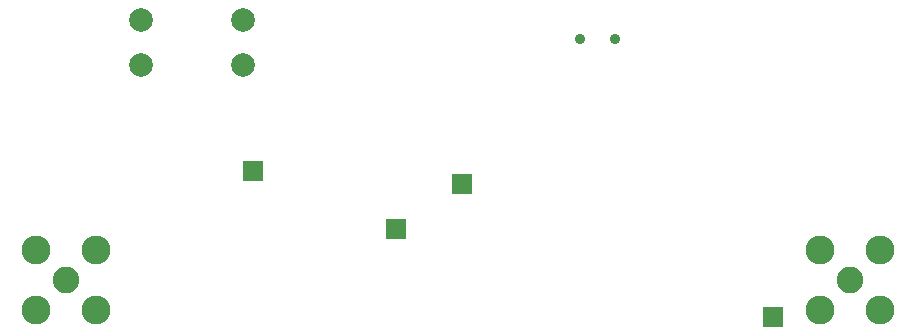
<source format=gbs>
G04 #@! TF.GenerationSoftware,KiCad,Pcbnew,(6.0.0)*
G04 #@! TF.CreationDate,2022-02-06T13:52:44+09:00*
G04 #@! TF.ProjectId,mt_signallevelconv,6d745f73-6967-46e6-916c-6c6576656c63,0.1*
G04 #@! TF.SameCoordinates,Original*
G04 #@! TF.FileFunction,Soldermask,Bot*
G04 #@! TF.FilePolarity,Negative*
%FSLAX46Y46*%
G04 Gerber Fmt 4.6, Leading zero omitted, Abs format (unit mm)*
G04 Created by KiCad (PCBNEW (6.0.0)) date 2022-02-06 13:52:44*
%MOMM*%
%LPD*%
G01*
G04 APERTURE LIST*
%ADD10C,0.900000*%
%ADD11R,1.700000X1.700000*%
%ADD12C,2.450000*%
%ADD13C,2.250000*%
%ADD14C,2.010000*%
G04 APERTURE END LIST*
D10*
G04 #@! TO.C,S1*
X100805600Y-55257665D03*
X97805600Y-55257665D03*
G04 #@! TD*
D11*
G04 #@! TO.C,J3*
X114178800Y-78783600D03*
G04 #@! TD*
G04 #@! TO.C,J5*
X82262600Y-71366800D03*
G04 #@! TD*
G04 #@! TO.C,J6*
X70179200Y-66391200D03*
G04 #@! TD*
G04 #@! TO.C,J7*
X87808800Y-67556000D03*
G04 #@! TD*
D12*
G04 #@! TO.C,J4*
X123272000Y-73094000D03*
X123272000Y-78174000D03*
X118192000Y-73094000D03*
X118192000Y-78174000D03*
D13*
X120732000Y-75634000D03*
G04 #@! TD*
D12*
G04 #@! TO.C,J1*
X51808000Y-78174000D03*
X51808000Y-73094000D03*
X56888000Y-78174000D03*
X56888000Y-73094000D03*
D13*
X54348000Y-75634000D03*
G04 #@! TD*
D14*
G04 #@! TO.C,J2*
X69345000Y-53625000D03*
X60705000Y-53625000D03*
X69345000Y-57425000D03*
X60705000Y-57425000D03*
G04 #@! TD*
M02*

</source>
